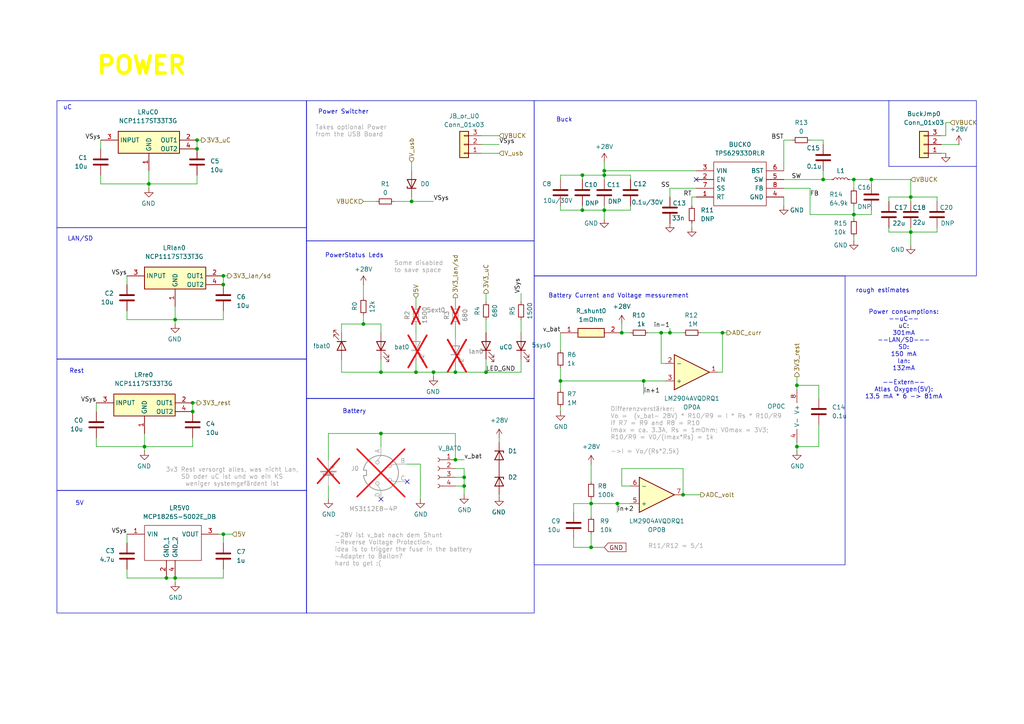
<source format=kicad_sch>
(kicad_sch (version 20231120) (generator "eeschema") (generator_version "8.0")
  (paper "A4")
  (junction (at 110.49 125.73))
  (junction (at 64.77 82.55))
  (junction (at 64.77 80.01))
  (junction (at 238.76 52.07))
  (junction (at 119.38 58.42))
  (junction (at 247.65 62.23))
  (junction (at 198.12 143.51))
  (junction (at 110.49 107.95))
  (junction (at 57.15 40.64))
  (junction (at 168.91 60.96))
  (junction (at 132.08 133.35))
  (junction (at 50.8 92.71))
  (junction (at 140.97 107.95))
  (junction (at 125.73 107.95))
  (junction (at 55.88 116.84))
  (junction (at 132.08 107.95))
  (junction (at 120.65 107.95))
  (junction (at 252.73 52.07))
  (junction (at 48.26 167.64))
  (junction (at 171.45 146.05))
  (junction (at 264.16 57.15))
  (junction (at 209.55 96.52))
  (junction (at 64.77 154.94))
  (junction (at 180.34 96.52))
  (junction (at 191.77 96.52))
  (junction (at 171.45 158.75))
  (junction (at 41.91 129.54))
  (junction (at 231.14 111.76))
  (junction (at 50.8 167.64))
  (junction (at 168.91 50.8))
  (junction (at 175.26 60.96))
  (junction (at 179.07 146.05))
  (junction (at 186.69 110.49))
  (junction (at 264.16 67.31))
  (junction (at 55.88 119.38))
  (junction (at 247.65 52.07))
  (junction (at 231.14 129.54))
  (junction (at 134.62 138.43))
  (junction (at 162.56 110.49))
  (junction (at 134.62 140.97))
  (junction (at 57.15 43.18))
  (junction (at 43.18 53.34))
  (junction (at 194.31 96.52))
  (junction (at 105.41 93.98))
  (junction (at 175.26 50.8))
  (junction (at 175.26 49.53))
  (no_connect (at 201.93 52.07))
  (no_connect (at 110.49 144.78))
  (no_connect (at 118.11 139.7))
  (wire (pts (xy 36.83 90.17) (xy 36.83 92.71)))
  (wire (pts (xy 140.97 92.71) (xy 140.97 96.52)))
  (wire (pts (xy 247.65 52.07) (xy 247.65 54.61)))
  (wire (pts (xy 132.08 138.43) (xy 134.62 138.43)))
  (wire (pts (xy 198.12 135.89) (xy 198.12 143.51)))
  (wire (pts (xy 194.31 95.25) (xy 194.31 96.52)))
  (wire (pts (xy 50.8 92.71) (xy 50.8 88.9)))
  (wire (pts (xy 50.8 92.71) (xy 64.77 92.71)))
  (wire (pts (xy 105.41 91.44) (xy 105.41 93.98)))
  (wire (pts (xy 162.56 52.07) (xy 162.56 50.8)))
  (wire (pts (xy 175.26 46.99) (xy 175.26 49.53)))
  (wire (pts (xy 200.66 64.77) (xy 200.66 66.04)))
  (wire (pts (xy 162.56 96.52) (xy 162.56 101.6)))
  (wire (pts (xy 264.16 57.15) (xy 271.78 57.15)))
  (wire (pts (xy 171.45 134.62) (xy 171.45 139.7)))
  (wire (pts (xy 247.65 62.23) (xy 247.65 63.5)))
  (wire (pts (xy 41.91 130.81) (xy 41.91 129.54)))
  (wire (pts (xy 110.49 107.95) (xy 120.65 107.95)))
  (wire (pts (xy 171.45 154.94) (xy 171.45 158.75)))
  (wire (pts (xy 264.16 67.31) (xy 264.16 66.04)))
  (wire (pts (xy 175.26 60.96) (xy 175.26 63.5)))
  (wire (pts (xy 271.78 67.31) (xy 271.78 66.04)))
  (wire (pts (xy 132.08 125.73) (xy 132.08 133.35)))
  (wire (pts (xy 132.08 105.41) (xy 132.08 107.95)))
  (wire (pts (xy 162.56 106.68) (xy 162.56 110.49)))
  (wire (pts (xy 180.34 140.97) (xy 180.34 135.89)))
  (wire (pts (xy 209.55 96.52) (xy 209.55 107.95)))
  (wire (pts (xy 151.13 87.63) (xy 151.13 85.09)))
  (wire (pts (xy 120.65 88.9) (xy 120.65 86.36)))
  (wire (pts (xy 139.7 39.37) (xy 144.78 39.37)))
  (wire (pts (xy 257.81 67.31) (xy 257.81 66.04)))
  (wire (pts (xy 209.55 96.52) (xy 203.2 96.52)))
  (wire (pts (xy 166.37 158.75) (xy 166.37 156.21)))
  (wire (pts (xy 227.33 52.07) (xy 238.76 52.07)))
  (wire (pts (xy 194.31 96.52) (xy 198.12 96.52)))
  (wire (pts (xy 227.33 49.53) (xy 227.33 40.64)))
  (wire (pts (xy 186.69 114.3) (xy 186.69 110.49)))
  (wire (pts (xy 171.45 146.05) (xy 171.45 149.86)))
  (wire (pts (xy 274.32 39.37) (xy 273.05 39.37)))
  (wire (pts (xy 171.45 158.75) (xy 166.37 158.75)))
  (wire (pts (xy 64.77 154.94) (xy 63.5 154.94)))
  (wire (pts (xy 140.97 107.95) (xy 151.13 107.95)))
  (wire (pts (xy 140.97 87.63) (xy 140.97 85.09)))
  (wire (pts (xy 119.38 57.15) (xy 119.38 58.42)))
  (wire (pts (xy 252.73 62.23) (xy 252.73 60.96)))
  (wire (pts (xy 180.34 93.98) (xy 180.34 96.52)))
  (wire (pts (xy 120.65 107.95) (xy 125.73 107.95)))
  (wire (pts (xy 231.14 130.81) (xy 231.14 129.54)))
  (wire (pts (xy 125.73 107.95) (xy 125.73 109.22)))
  (wire (pts (xy 50.8 167.64) (xy 50.8 168.91)))
  (wire (pts (xy 257.81 67.31) (xy 264.16 67.31)))
  (wire (pts (xy 247.65 52.07) (xy 252.73 52.07)))
  (wire (pts (xy 110.49 104.14) (xy 110.49 107.95)))
  (wire (pts (xy 162.56 110.49) (xy 186.69 110.49)))
  (wire (pts (xy 274.32 35.56) (xy 275.59 35.56)))
  (wire (pts (xy 257.81 57.15) (xy 257.81 58.42)))
  (wire (pts (xy 99.06 93.98) (xy 105.41 93.98)))
  (wire (pts (xy 238.76 40.64) (xy 238.76 41.91)))
  (wire (pts (xy 110.49 125.73) (xy 132.08 125.73)))
  (wire (pts (xy 118.11 134.62) (xy 121.92 134.62)))
  (wire (pts (xy 171.45 158.75) (xy 175.26 158.75)))
  (wire (pts (xy 231.14 111.76) (xy 237.49 111.76)))
  (wire (pts (xy 168.91 50.8) (xy 168.91 52.07)))
  (wire (pts (xy 238.76 52.07) (xy 238.76 49.53)))
  (wire (pts (xy 175.26 60.96) (xy 182.88 60.96)))
  (wire (pts (xy 168.91 59.69) (xy 168.91 60.96)))
  (wire (pts (xy 144.78 128.27) (xy 144.78 127)))
  (wire (pts (xy 191.77 105.41) (xy 191.77 96.52)))
  (wire (pts (xy 95.25 125.73) (xy 110.49 125.73)))
  (wire (pts (xy 121.92 134.62) (xy 121.92 144.78)))
  (wire (pts (xy 241.3 52.07) (xy 238.76 52.07)))
  (wire (pts (xy 182.88 50.8) (xy 182.88 52.07)))
  (wire (pts (xy 50.8 93.98) (xy 50.8 92.71)))
  (wire (pts (xy 36.83 165.1) (xy 36.83 167.64)))
  (wire (pts (xy 29.21 50.8) (xy 29.21 53.34)))
  (wire (pts (xy 110.49 107.95) (xy 99.06 107.95)))
  (wire (pts (xy 264.16 52.07) (xy 264.16 57.15)))
  (wire (pts (xy 36.83 167.64) (xy 48.26 167.64)))
  (wire (pts (xy 166.37 146.05) (xy 171.45 146.05)))
  (wire (pts (xy 119.38 46.99) (xy 119.38 49.53)))
  (wire (pts (xy 140.97 104.14) (xy 140.97 107.95)))
  (wire (pts (xy 247.65 62.23) (xy 252.73 62.23)))
  (wire (pts (xy 110.49 93.98) (xy 110.49 96.52)))
  (wire (pts (xy 247.65 59.69) (xy 247.65 62.23)))
  (wire (pts (xy 162.56 60.96) (xy 168.91 60.96)))
  (wire (pts (xy 274.32 44.45) (xy 273.05 44.45)))
  (wire (pts (xy 95.25 144.78) (xy 95.25 140.97)))
  (wire (pts (xy 227.33 59.69) (xy 227.33 57.15)))
  (wire (pts (xy 162.56 50.8) (xy 168.91 50.8)))
  (wire (pts (xy 27.94 127) (xy 27.94 129.54)))
  (wire (pts (xy 227.33 54.61) (xy 234.95 54.61)))
  (wire (pts (xy 105.41 58.42) (xy 109.22 58.42)))
  (wire (pts (xy 231.14 111.76) (xy 231.14 113.03)))
  (wire (pts (xy 48.26 167.64) (xy 50.8 167.64)))
  (wire (pts (xy 132.08 107.95) (xy 140.97 107.95)))
  (wire (pts (xy 36.83 157.48) (xy 36.83 154.94)))
  (wire (pts (xy 132.08 93.98) (xy 132.08 97.79)))
  (wire (pts (xy 198.12 143.51) (xy 203.2 143.51)))
  (wire (pts (xy 64.77 165.1) (xy 64.77 167.64)))
  (wire (pts (xy 132.08 135.89) (xy 134.62 135.89)))
  (wire (pts (xy 57.15 40.64) (xy 57.15 43.18)))
  (wire (pts (xy 234.95 40.64) (xy 238.76 40.64)))
  (wire (pts (xy 50.8 167.64) (xy 64.77 167.64)))
  (wire (pts (xy 191.77 96.52) (xy 194.31 96.52)))
  (polyline (pts (xy 257.81 29.21) (xy 257.81 48.26)))
  (wire (pts (xy 171.45 144.78) (xy 171.45 146.05)))
  (wire (pts (xy 29.21 53.34) (xy 43.18 53.34)))
  (wire (pts (xy 110.49 129.54) (xy 110.49 125.73)))
  (wire (pts (xy 274.32 35.56) (xy 274.32 39.37)))
  (wire (pts (xy 200.66 59.69) (xy 200.66 57.15)))
  (wire (pts (xy 64.77 92.71) (xy 64.77 90.17)))
  (wire (pts (xy 36.83 92.71) (xy 50.8 92.71)))
  (wire (pts (xy 271.78 58.42) (xy 271.78 57.15)))
  (wire (pts (xy 231.14 109.22) (xy 231.14 111.76)))
  (wire (pts (xy 64.77 80.01) (xy 66.04 80.01)))
  (wire (pts (xy 95.25 133.35) (xy 95.25 125.73)))
  (wire (pts (xy 193.04 105.41) (xy 191.77 105.41)))
  (wire (pts (xy 252.73 53.34) (xy 252.73 52.07)))
  (wire (pts (xy 64.77 80.01) (xy 64.77 82.55)))
  (wire (pts (xy 171.45 146.05) (xy 179.07 146.05)))
  (wire (pts (xy 55.88 129.54) (xy 55.88 127)))
  (polyline (pts (xy 257.81 48.26) (xy 283.21 48.26)))
  (wire (pts (xy 64.77 157.48) (xy 64.77 154.94)))
  (wire (pts (xy 246.38 52.07) (xy 247.65 52.07)))
  (wire (pts (xy 179.07 148.59) (xy 179.07 146.05)))
  (wire (pts (xy 168.91 50.8) (xy 175.26 50.8)))
  (wire (pts (xy 208.28 107.95) (xy 209.55 107.95)))
  (wire (pts (xy 273.05 41.91) (xy 278.13 41.91)))
  (wire (pts (xy 231.14 128.27) (xy 231.14 129.54)))
  (wire (pts (xy 105.41 82.55) (xy 105.41 86.36)))
  (wire (pts (xy 234.95 62.23) (xy 247.65 62.23)))
  (wire (pts (xy 139.7 41.91) (xy 144.78 41.91)))
  (wire (pts (xy 120.65 93.98) (xy 120.65 96.52)))
  (wire (pts (xy 43.18 53.34) (xy 57.15 53.34)))
  (wire (pts (xy 175.26 49.53) (xy 175.26 50.8)))
  (wire (pts (xy 237.49 123.19) (xy 237.49 129.54)))
  (wire (pts (xy 132.08 86.36) (xy 132.08 88.9)))
  (wire (pts (xy 237.49 111.76) (xy 237.49 115.57)))
  (wire (pts (xy 200.66 57.15) (xy 201.93 57.15)))
  (wire (pts (xy 151.13 104.14) (xy 151.13 107.95)))
  (wire (pts (xy 55.88 116.84) (xy 55.88 119.38)))
  (wire (pts (xy 64.77 154.94) (xy 67.31 154.94)))
  (wire (pts (xy 182.88 60.96) (xy 182.88 59.69)))
  (wire (pts (xy 27.94 129.54) (xy 41.91 129.54)))
  (wire (pts (xy 231.14 129.54) (xy 237.49 129.54)))
  (wire (pts (xy 144.78 143.51) (xy 144.78 144.145)))
  (wire (pts (xy 41.91 129.54) (xy 55.88 129.54)))
  (wire (pts (xy 180.34 96.52) (xy 182.88 96.52)))
  (wire (pts (xy 132.08 140.97) (xy 134.62 140.97)))
  (wire (pts (xy 166.37 148.59) (xy 166.37 146.05)))
  (wire (pts (xy 43.18 53.34) (xy 43.18 49.53)))
  (wire (pts (xy 264.16 57.15) (xy 264.16 58.42)))
  (wire (pts (xy 134.62 140.97) (xy 134.62 143.51)))
  (wire (pts (xy 264.16 67.31) (xy 264.16 71.12)))
  (wire (pts (xy 264.16 57.15) (xy 257.81 57.15)))
  (wire (pts (xy 162.56 110.49) (xy 162.56 113.03)))
  (wire (pts (xy 179.07 146.05) (xy 182.88 146.05)))
  (wire (pts (xy 252.73 52.07) (xy 264.16 52.07)))
  (wire (pts (xy 41.91 129.54) (xy 41.91 125.73)))
  (wire (pts (xy 125.73 107.95) (xy 132.08 107.95)))
  (wire (pts (xy 168.91 60.96) (xy 175.26 60.96)))
  (wire (pts (xy 175.26 60.96) (xy 175.26 59.69)))
  (wire (pts (xy 264.16 67.31) (xy 271.78 67.31)))
  (wire (pts (xy 234.95 54.61) (xy 234.95 62.23)))
  (wire (pts (xy 43.18 54.61) (xy 43.18 53.34)))
  (wire (pts (xy 120.65 104.14) (xy 120.65 107.95)))
  (wire (pts (xy 186.69 110.49) (xy 193.04 110.49)))
  (wire (pts (xy 151.13 92.71) (xy 151.13 96.52)))
  (wire (pts (xy 99.06 93.98) (xy 99.06 96.52)))
  (wire (pts (xy 55.88 116.84) (xy 57.15 116.84)))
  (wire (pts (xy 162.56 118.11) (xy 162.56 119.38)))
  (wire (pts (xy 134.62 135.89) (xy 134.62 138.43)))
  (wire (pts (xy 27.94 116.84) (xy 27.94 119.38)))
  (wire (pts (xy 187.96 96.52) (xy 191.77 96.52)))
  (wire (pts (xy 105.41 93.98) (xy 110.49 93.98)))
  (wire (pts (xy 114.3 58.42) (xy 119.38 58.42)))
  (wire (pts (xy 227.33 40.64) (xy 229.87 40.64)))
  (wire (pts (xy 209.55 96.52) (xy 210.82 96.52)))
  (wire (pts (xy 175.26 52.07) (xy 175.26 50.8)))
  (wire (pts (xy 247.65 68.58) (xy 247.65 69.85)))
  (wire (pts (xy 175.26 49.53) (xy 201.93 49.53)))
  (wire (pts (xy 194.31 57.15) (xy 194.31 54.61)))
  (wire (pts (xy 134.62 138.43) (xy 134.62 140.97)))
  (wire (pts (xy 194.31 54.61) (xy 201.93 54.61)))
  (wire (pts (xy 36.83 80.01) (xy 36.83 82.55)))
  (wire (pts (xy 132.08 133.35) (xy 134.62 133.35)))
  (wire (pts (xy 99.06 104.14) (xy 99.06 107.95)))
  (wire (pts (xy 182.88 140.97) (xy 180.34 140.97)))
  (wire (pts (xy 180.34 135.89) (xy 198.12 135.89)))
  (wire (pts (xy 144.78 44.45) (xy 139.7 44.45)))
  (wire (pts (xy 57.15 53.34) (xy 57.15 50.8)))
  (wire (pts (xy 162.56 60.96) (xy 162.56 59.69)))
  (wire (pts (xy 29.21 40.64) (xy 29.21 43.18)))
  (wire (pts (xy 57.15 40.64) (xy 58.42 40.64)))
  (wire (pts (xy 175.26 50.8) (xy 182.88 50.8)))
  (wire (pts (xy 119.38 58.42) (xy 125.73 58.42)))
  (rectangle (start 16.51 29.21) (end 88.9 66.04))
  (rectangle (start 88.9 29.21) (end 154.94 69.85))
  (rectangle (start 88.9 69.85) (end 154.94 115.57))
  (rectangle (start 88.9 115.57) (end 154.94 177.8))
  (rectangle (start 16.51 66.04) (end 88.9 104.14))
  (rectangle (start 154.94 80.01) (end 245.11 163.83))
  (rectangle (start 16.51 104.14) (end 88.9 142.24))
  (rectangle (start 154.94 29.21) (end 283.21 80.01))
  (rectangle (start 16.51 142.24) (end 88.9 177.8))
  (text "Power consumptions:\n--uC--\nuC:\n301mA\n--LAN/SD---\nSD:\n150 mA\nlan:\n132mA\n\n--Extern--\nAtlas Oxygen(5V):\n13.5 mA * 6 -> 81mA" (exclude_from_sim yes) (at 262.128 102.87 0) (effects (font (size 1.27 1.27))))
  (text "Rest" (at 20.066 108.458 0) (effects (font (size 1.27 1.27)) (justify left bottom)))
  (text "Differenzverstärker:\nVo =  (v_bat- 28V) * R10/R9 = I * Rs * R10/R9\nif R7 = R9 and R8 = R10\nImax = ca. 3.3A, Rs = 1mOhm; V0max = 3V3; \nR10/R9 = V0/(Imax*Rs) = 1k\n\n->I = Vo/(Rs*2,5k)\n" (at 177.038 131.826 0) (effects (font (size 1.27 1.27)) (justify left bottom)))
  (text "PowerStatus Leds" (at 94.234 74.93 0) (effects (font (size 1.27 1.27)) (justify left bottom)))
  (text "Power Switcher" (at 92.202 33.274 0) (effects (font (size 1.27 1.27)) (justify left bottom)))
  (text "LAN/SD" (at 19.558 70.104 0) (effects (font (size 1.27 1.27)) (justify left bottom)))
  (text "POWER\n" (at 27.686 22.098 0) (effects (font (size 5 5) (thickness 1) (bold yes)) (justify left bottom)))
  (text "uC" (at 18.288 32.004 0) (effects (font (size 1.27 1.27)) (justify left bottom)))
  (text "Battery" (at 99.314 120.142 0) (effects (font (size 1.27 1.27)) (justify left bottom)))
  (text "5V" (at 21.844 146.812 0) (effects (font (size 1.27 1.27)) (justify left bottom)))
  (text "-28V ist v_bat nach dem Shunt\n-Reverse Voltage Protection, \nidea is to trigger the fuse in the battery\n-Adapter to Ballon?\nhard to get :(" (at 97.028 159.512 0) (effects (font (size 1.27 1.27)) (justify left)))
  (text "rough estimates" (at 248.158 85.09 0) (effects (font (size 1.27 1.27)) (justify left bottom)))
  (text "Takes optional Power \nfrom the USB Board" (at 91.44 39.878 0) (effects (font (size 1.27 1.27)) (justify left bottom)))
  (text "Buck" (at 161.29 35.56 0) (effects (font (size 1.27 1.27)) (justify left bottom)))
  (text "Battery Current and Voltage messurement" (at 159.004 86.614 0) (effects (font (size 1.27 1.27)) (justify left bottom)))
  (text "3v3 Rest versorgt alles, was nicht Lan,\nSD oder uC ist und wo ein KS\nweniger systemgefärdent ist" (at 67.31 138.43 0) (effects (font (size 1.27 1.27))))
  (text "R11/R12 = 5/1" (at 187.96 159.258 0) (effects (font (size 1.27 1.27)) (justify left bottom)))
  (text "Some disabled\nto save space" (at 114.3 79.248 0) (effects (font (size 1.27 1.27)) (justify left bottom)))
  (label "v_bat" (at 134.62 133.35 0))
  (label "VSys" (at 151.13 85.09 90))
  (label "VSys" (at 36.83 80.01 180))
  (label "SW" (at 232.41 52.07 180))
  (label "in+1" (at 186.69 114.3 0))
  (label "v_bat" (at 162.56 96.52 180))
  (label "RT" (at 200.66 57.15 180))
  (label "VSys" (at 36.83 154.94 180))
  (label "VSys" (at 27.94 116.84 180))
  (label "SS" (at 194.31 54.61 180))
  (label "VSys" (at 125.73 58.42 0))
  (label "in+2" (at 179.07 148.59 0))
  (label "FB" (at 234.95 57.15 0))
  (label "LED_GND" (at 140.97 107.95 0))
  (label "BST" (at 227.33 40.64 180))
  (label "VSys" (at 29.21 40.64 180))
  (label "in-1" (at 194.31 95.25 180))
  (label "VSys" (at 144.78 41.91 0))
  (global_label "GND" (shape input) (at 175.26 158.75 0) (property "Intersheetrefs" "${INTERSHEET_REFS}" (effects (hide yes))))
  (hierarchical_label "5V" (shape input) (at 120.65 86.36 90))
  (hierarchical_label "ADC_curr" (shape output) (at 210.82 96.52 0))
  (hierarchical_label "3V3_rest" (shape output) (at 57.15 116.84 0))
  (hierarchical_label "VBUCK" (shape input) (at 105.41 58.42 180))
  (hierarchical_label "VBUCK" (shape input) (at 264.16 52.07 0))
  (hierarchical_label "VBUCK" (shape input) (at 144.78 39.37 0))
  (hierarchical_label "3V3_rest" (shape output) (at 231.14 109.22 90))
  (hierarchical_label "VBUCK" (shape input) (at 275.59 35.56 0))
  (hierarchical_label "3V3_lan{slash}sd" (shape output) (at 132.08 86.36 90))
  (hierarchical_label "3V3_uC" (shape output) (at 140.97 85.09 90))
  (hierarchical_label "ADC_volt" (shape output) (at 203.2 143.51 0))
  (hierarchical_label "V_usb" (shape input) (at 119.38 46.99 90))
  (hierarchical_label "3V3_lan{slash}sd" (shape output) (at 66.04 80.01 0))
  (hierarchical_label "3V3_uC" (shape output) (at 58.42 40.64 0))
  (hierarchical_label "V_usb" (shape input) (at 144.78 44.45 0))
  (hierarchical_label "5V" (shape input) (at 67.31 154.94 0))
  (symbol (lib_id "SymbolsBalloonv4:C") (at 168.91 55.88 180) (unit 1)
    (property "Reference" "C10" (at 169.418 53.594 0) (effects (justify right)))
    (property "Value" "DNP" (at 169.672 58.928 0) (effects (justify right)))
    (property "Footprint" "Capacitor_SMD:C_0805_2012Metric_Pad1.18x1.45mm_HandSolder" (effects (hide yes)))
    (property "Description" "Unpolarized capacitor" (effects (hide yes)))
  )
  (symbol (lib_id "SymbolsBalloonv4:R_Small") (at 200.66 96.52 270) (unit 1)
    (property "Reference" "R12" (at 202.438 91.44 90) (effects (justify right)))
    (property "Value" "1M" (at 202.438 93.98 90) (effects (justify right)))
    (property "Footprint" "Resistor_SMD:R_0603_1608Metric_Pad0.98x0.95mm_HandSolder" (effects (hide yes)))
    (property "Description" "Resistor, small symbol" (effects (hide yes)))
  )
  (symbol (lib_id "SymbolsBalloonv4:TPS62933DRLR") (at 201.93 49.53 0) (unit 1)
    (property "Reference" "BUCK0" (at 214.63 41.91 0))
    (property "Value" "TPS62933DRLR" (at 214.63 44.45 0))
    (property "Footprint" "SamacSys_Parts:SOTFL50P160X60-8N" (effects (hide yes)))
    (property "Datasheet" "https://www.ti.com/lit/ds/symlink/tps62933.pdf?ts=1626073394234" (effects (hide yes)))
    (property "Description" "The TPS62933 is a high-efficiency, easy-to-use synchronous buck converter with a wide input voltage range of 3.8 V to 30 V" (effects (hide yes)))
    (property "Height" "0.6" (effects (hide yes)))
    (property "Mouser Part Number" "595-TPS62933DRLR" (effects (hide yes)))
    (property "Mouser Price/Stock" "https://www.mouser.co.uk/ProductDetail/Texas-Instruments/TPS62933DRLR?qs=Rp5uXu7WBW9fv47wfQVntQ%3D%3D" (effects (hide yes)))
    (property "Manufacturer_Name" "Texas Instruments" (effects (hide yes)))
    (property "Manufacturer_Part_Number" "TPS62933DRLR" (effects (hide yes)))
  )
  (symbol (lib_id "SymbolsBalloonv4:R_Small") (at 232.41 40.64 90) (unit 1)
    (property "Reference" "R13" (at 232.41 35.56 90))
    (property "Value" "0" (at 232.41 38.1 90))
    (property "Footprint" "Resistor_SMD:R_0603_1608Metric_Pad0.98x0.95mm_HandSolder" (effects (hide yes)))
    (property "Description" "Resistor, small symbol" (effects (hide yes)))
  )
  (symbol (lib_id "SymbolsBalloonv4:GND") (at 200.66 66.04 0) (unit 1)
    (property "Reference" "#PWR019" (effects (hide yes)))
    (property "Value" "GND" (effects (hide yes)))
    (property "Description" "Power symbol creates a global label with name \"GND\" , ground" (effects (hide yes)))
  )
  (symbol (lib_id "SymbolsBalloonv4:C") (at 29.21 46.99 0) (mirror x) (unit 1)
    (property "Reference" "C1" (at 25.4 45.7199 0) (effects (justify right)))
    (property "Value" "10u" (at 25.4 48.2599 0) (effects (justify right)))
    (property "Footprint" "Capacitor_SMD:C_0805_2012Metric_Pad1.18x1.45mm_HandSolder" (effects (hide yes)))
    (property "Description" "Unpolarized capacitor" (effects (hide yes)))
  )
  (symbol (lib_id "SymbolsBalloonv4:GND") (at 227.33 59.69 0) (mirror y) (unit 1)
    (property "Reference" "#PWR020" (effects (hide yes)))
    (property "Value" "GND" (at 231.14 60.96 0))
    (property "Description" "Power symbol creates a global label with name \"GND\" , ground" (effects (hide yes)))
  )
  (symbol (lib_id "SymbolsBalloonv4:C") (at 264.16 62.23 180) (unit 1)
    (property "Reference" "C18" (at 264.668 60.198 0) (effects (justify right)))
    (property "Value" "22u" (at 264.668 64.516 0) (effects (justify right)))
    (property "Footprint" "Capacitor_SMD:C_0805_2012Metric_Pad1.18x1.45mm_HandSolder" (effects (hide yes)))
    (property "Description" "Unpolarized capacitor" (effects (hide yes)))
  )
  (symbol (lib_id "SymbolsBalloonv4:Opamp_Dual") (at 233.68 120.65 0) (unit 3)
    (property "Reference" "OP0" (at 227.838 117.856 0) (effects (justify right)))
    (property "Value" "LM2904AVQDRQ1" (effects (hide yes)))
    (property "Footprint" "SamacSys_Parts:SOIC127P600X175-8N" (effects (hide yes)))
    (property "Description" "Dual operational amplifier" (effects (hide yes)))
    (property "Sim.Library" "${KICAD7_SYMBOL_DIR}/Simulation_SPICE.sp" (effects (hide yes)))
    (property "Sim.Name" "kicad_builtin_opamp_dual" (effects (hide yes)))
    (property "Sim.Device" "SUBCKT" (effects (hide yes)))
    (property "Sim.Pins" "1=out1 2=in1- 3=in1+ 4=vee 5=in2+ 6=in2- 7=out2 8=vcc" (effects (hide yes)))
  )
  (symbol (lib_id "SymbolsBalloonv4:Conn_01x03") (at 134.62 41.91 180) (unit 1)
    (property "Reference" "JB_or_U0" (at 134.62 33.655 0))
    (property "Value" "Conn_01x03" (at 134.62 36.195 0))
    (property "Footprint" "Connector_PinHeader_2.54mm:PinHeader_1x03_P2.54mm_Vertical" (effects (hide yes)))
    (property "Description" "Generic connector, single row, 01x03, script generated (kicad-library-utils/schlib/autogen/connector/)" (effects (hide yes)))
  )
  (symbol (lib_id "SymbolsBalloonv4:C") (at 237.49 119.38 180) (unit 1)
    (property "Reference" "C14" (at 241.3 118.1099 0) (effects (justify right)))
    (property "Value" "0.1u" (at 241.3 120.6499 0) (effects (justify right)))
    (property "Footprint" "Capacitor_SMD:C_0402_1005Metric_Pad0.74x0.62mm_HandSolder" (effects (hide yes)))
    (property "Description" "Unpolarized capacitor" (effects (hide yes)))
  )
  (symbol (lib_id "SymbolsBalloonv4:GND") (at 50.8 168.91 0) (unit 1)
    (property "Reference" "#PWR05" (effects (hide yes)))
    (property "Value" "GND" (at 50.927 173.3042 0))
    (property "Description" "Power symbol creates a global label with name \"GND\" , ground" (effects (hide yes)))
  )
  (symbol (lib_id "SymbolsBalloonv4:Conn_01x03") (at 267.97 41.91 180) (unit 1)
    (property "Reference" "BuckJmp0" (at 267.97 33.02 0))
    (property "Value" "Conn_01x03" (at 267.97 35.56 0))
    (property "Footprint" "Connector_PinHeader_2.54mm:PinHeader_1x03_P2.54mm_Vertical" (effects (hide yes)))
    (property "Description" "Generic connector, single row, 01x03, script generated (kicad-library-utils/schlib/autogen/connector/)" (effects (hide yes)))
  )
  (symbol (lib_id "SymbolsBalloonv4:+28V") (at 180.34 93.98 0) (unit 1)
    (property "Reference" "#PWR017" (effects (hide yes)))
    (property "Value" "+28V" (at 180.34 88.9 0))
    (property "Description" "Power symbol creates a global label with name \"+28V\"" (effects (hide yes)))
  )
  (symbol (lib_id "SymbolsBalloonv4:GND") (at 50.8 93.98 0) (mirror y) (unit 1)
    (property "Reference" "#PWR04" (effects (hide yes)))
    (property "Value" "GND" (at 50.673 98.3742 0))
    (property "Description" "Power symbol creates a global label with name \"GND\" , ground" (effects (hide yes)))
  )
  (symbol (lib_id "SymbolsBalloonv4:R_Small") (at 111.76 58.42 270) (unit 1)
    (property "Reference" "R1" (at 111.76 53.34 90))
    (property "Value" "0" (at 111.76 55.88 90))
    (property "Footprint" "Resistor_SMD:R_0603_1608Metric_Pad0.98x0.95mm_HandSolder" (effects (hide yes)))
    (property "Description" "Resistor, small symbol" (effects (hide yes)))
  )
  (symbol (lib_id "SymbolsBalloonv4:R_Small") (at 105.41 88.9 180) (unit 1)
    (property "Reference" "R0" (at 102.87 90.17 90) (effects (justify right)))
    (property "Value" "12k" (at 107.95 90.805 90) (effects (justify right)))
    (property "Footprint" "Resistor_SMD:R_0603_1608Metric_Pad0.98x0.95mm_HandSolder" (effects (hide yes)))
    (property "Description" "Resistor, small symbol" (effects (hide yes)))
  )
  (symbol (lib_id "SymbolsBalloonv4:R_Small") (at 171.45 142.24 0) (unit 1)
    (property "Reference" "R8" (at 173.355 140.97 0) (effects (justify left)))
    (property "Value" "100k" (at 173.355 143.51 0) (effects (justify left)))
    (property "Footprint" "Resistor_SMD:R_0603_1608Metric_Pad0.98x0.95mm_HandSolder" (effects (hide yes)))
    (property "Description" "Resistor, small symbol" (effects (hide yes)))
  )
  (symbol (lib_id "SymbolsBalloonv4:C") (at 162.56 55.88 180) (unit 1)
    (property "Reference" "C8" (at 157.226 53.34 0) (effects (justify right)))
    (property "Value" "10u/30V" (at 157.48 58.1661 0) (effects (justify right)))
    (property "Footprint" "Capacitor_SMD:C_0805_2012Metric_Pad1.18x1.45mm_HandSolder" (effects (hide yes)))
    (property "Description" "Unpolarized capacitor" (effects (hide yes)))
  )
  (symbol (lib_id "SymbolsBalloonv4:+28V") (at 171.45 134.62 0) (unit 1)
    (property "Reference" "#PWR014" (effects (hide yes)))
    (property "Value" "+28V" (at 171.45 129.54 0))
    (property "Description" "Power symbol creates a global label with name \"+28V\"" (effects (hide yes)))
  )
  (symbol (lib_id "SymbolsBalloonv4:L_Small") (at 243.84 52.07 90) (unit 1)
    (property "Reference" "L1" (at 243.84 49.53 90))
    (property "Value" "74439346068" (effects (hide yes)))
    (property "Footprint" "SamacSys_Parts:74439346068" (effects (hide yes)))
    (property "Description" "Inductor, small symbol" (effects (hide yes)))
    (property "Height" "6.1" (effects (hide yes)))
    (property "Mouser Part Number" "710-74439346068" (effects (hide yes)))
    (property "Mouser Price/Stock" "https://www.mouser.co.uk/ProductDetail/Wurth-Elektronik/74439346068?qs=NSAOzM2zc%2FVj5BeHYKNgfQ%3D%3D" (effects (hide yes)))
    (property "Manufacturer_Name" "Wurth Elektronik" (effects (hide yes)))
    (property "Manufacturer_Part_Number" "74439346068" (effects (hide yes)))
  )
  (symbol (lib_id "SymbolsBalloonv4:C") (at 57.15 46.99 180) (unit 1)
    (property "Reference" "C5" (at 60.96 46.736 0) (effects (justify right)))
    (property "Value" "10u" (at 60.96 49.276 0) (effects (justify right)))
    (property "Footprint" "Capacitor_SMD:C_0805_2012Metric_Pad1.18x1.45mm_HandSolder" (effects (hide yes)))
    (property "Description" "Unpolarized capacitor" (effects (hide yes)))
  )
  (symbol (lib_id "SymbolsBalloonv4:GND") (at 264.16 71.12 0) (unit 1)
    (property "Reference" "#PWR023" (effects (hide yes)))
    (property "Value" "GND" (at 260.35 72.39 0))
    (property "Description" "Power symbol creates a global label with name \"GND\" , ground" (effects (hide yes)))
  )
  (symbol (lib_id "SymbolsBalloonv4:R_Small") (at 162.56 104.14 180) (unit 1)
    (property "Reference" "R6" (at 164.465 102.87 0) (effects (justify right)))
    (property "Value" "1k" (at 164.465 105.41 0) (effects (justify right)))
    (property "Footprint" "Resistor_SMD:R_0603_1608Metric_Pad0.98x0.95mm_HandSolder" (effects (hide yes)))
    (property "Description" "Resistor, small symbol" (effects (hide yes)))
  )
  (symbol (lib_id "SymbolsBalloonv4:C") (at 238.76 45.72 180) (unit 1)
    (property "Reference" "C15" (at 233.934 42.926 0) (effects (justify right)))
    (property "Value" "0.1u" (at 233.934 48.26 0) (effects (justify right)))
    (property "Footprint" "Capacitor_SMD:C_0402_1005Metric_Pad0.74x0.62mm_HandSolder" (effects (hide yes)))
    (property "Description" "Unpolarized capacitor" (effects (hide yes)))
  )
  (symbol (lib_id "SymbolsBalloonv4:R_Small") (at 162.56 115.57 180) (unit 1)
    (property "Reference" "R7" (at 164.465 114.3 0) (effects (justify right)))
    (property "Value" "1M" (at 164.465 116.84 0) (effects (justify right)))
    (property "Footprint" "Resistor_SMD:R_0603_1608Metric_Pad0.98x0.95mm_HandSolder" (effects (hide yes)))
    (property "Description" "Resistor, small symbol" (effects (hide yes)))
  )
  (symbol (lib_id "SymbolsBalloonv4:C") (at 252.73 57.15 0) (mirror y) (unit 1) (in_bom no)
    (property "Reference" "C16" (at 248.666 54.356 0) (effects (justify right)))
    (property "Value" "DNP" (at 248.666 59.944 0) (effects (justify right)))
    (property "Footprint" "Capacitor_SMD:C_0402_1005Metric_Pad0.74x0.62mm_HandSolder" (effects (hide yes)))
    (property "Description" "Unpolarized capacitor" (effects (hide yes)))
  )
  (symbol (lib_id "SymbolsBalloonv4:LED") (at 99.06 100.33 270) (unit 1)
    (property "Reference" "!bat0" (at 93.345 100.33 90))
    (property "Value" "APTD2012LSURCK" (effects (hide yes)))
    (property "Footprint" "SamacSys_Parts:LEDM2012X120N" (effects (hide yes)))
    (property "Description" "Light emitting diode" (effects (hide yes)))
    (property "Height" "1.2" (effects (hide yes)))
    (property "Mouser Part Number" "604-APTD2012LSURCK" (effects (hide yes)))
    (property "Mouser Price/Stock" "https://www.mouser.co.uk/ProductDetail/Kingbright/APTD2012LSURCK?qs=AQlKX63v8RvkMadNvwbkxw%3D%3D" (effects (hide yes)))
    (property "Manufacturer_Name" "Kingbright" (effects (hide yes)))
    (property "Manufacturer_Part_Number" "APTD2012LSURCK" (effects (hide yes)))
  )
  (symbol (lib_id "SymbolsBalloonv4:LED") (at 120.65 100.33 90) (unit 1) (on_board no) (dnp yes)
    (property "Reference" "5ext0" (at 123.698 89.916 90) (effects (justify right)))
    (property "Value" "APTD2012LCGCK" (effects (hide yes)))
    (property "Footprint" "SamacSys_Parts:LEDC2012X120N" (effects (hide yes)))
    (property "Description" "Light emitting diode" (effects (hide yes)))
    (property "Height" "1.2" (effects (hide yes)))
    (property "Mouser Part Number" "604-APTD2012LCGCK" (effects (hide yes)))
    (property "Mouser Price/Stock" "https://www.mouser.co.uk/ProductDetail/Kingbright/APTD2012LCGCK?qs=AQlKX63v8RvNHN%2F9EGvNTg%3D%3D" (effects (hide yes)))
    (property "Manufacturer_Name" "Kingbright" (effects (hide yes)))
    (property "Manufacturer_Part_Number" "APTD2012LCGCK" (effects (hide yes)))
  )
  (symbol (lib_id "SymbolsBalloonv4:GND") (at 144.78 144.145 0) (mirror y) (unit 1)
    (property "Reference" "#PWR012" (effects (hide yes)))
    (property "Value" "GND" (at 144.653 148.5392 0))
    (property "Description" "Power symbol creates a global label with name \"GND\" , ground" (effects (hide yes)))
  )
  (symbol (lib_id "SymbolsBalloonv4:GND") (at 134.62 143.51 0) (unit 1)
    (property "Reference" "#PWR010" (effects (hide yes)))
    (property "Value" "GND" (at 134.747 147.9042 0))
    (property "Description" "Power symbol creates a global label with name \"GND\" , ground" (effects (hide yes)))
  )
  (symbol (lib_id "SymbolsBalloonv4:D_Zener") (at 119.38 53.34 90) (unit 1)
    (property "Reference" "D0" (at 121.92 53.3399 90) (effects (justify right)))
    (property "Value" "RBR2LB60BTBR1" (effects (hide yes)))
    (property "Footprint" "SamacSys_Parts:DIOM5336X245N" (effects (hide yes)))
    (property "Description" "Zener diode" (effects (hide yes)))
    (property "Height" "2.45" (effects (hide yes)))
    (property "Mouser Part Number" "755-RBR2LB60BTBR1" (effects (hide yes)))
    (property "Mouser Price/Stock" "https://www.mouser.co.uk/ProductDetail/ROHM-Semiconductor/RBR2LB60BTBR1?qs=amGC7iS6iy9Lm0eQxx5KdA%3D%3D" (effects (hide yes)))
    (property "Manufacturer_Name" "ROHM Semiconductor" (effects (hide yes)))
    (property "Manufacturer_Part_Number" "RBR2LB60BTBR1" (effects (hide yes)))
  )
  (symbol (lib_id "SymbolsBalloonv4:C") (at 55.88 123.19 180) (unit 1)
    (property "Reference" "C4" (at 59.69 122.936 0) (effects (justify right)))
    (property "Value" "10u" (at 59.69 125.476 0) (effects (justify right)))
    (property "Footprint" "Capacitor_SMD:C_0805_2012Metric_Pad1.18x1.45mm_HandSolder" (effects (hide yes)))
    (property "Description" "Unpolarized capacitor" (effects (hide yes)))
  )
  (symbol (lib_id "SymbolsBalloonv4:GND") (at 247.65 69.85 0) (unit 1)
    (property "Reference" "#PWR022" (effects (hide yes)))
    (property "Value" "GND" (at 243.84 71.12 0))
    (property "Description" "Power symbol creates a global label with name \"GND\" , ground" (effects (hide yes)))
  )
  (symbol (lib_id "SymbolsBalloonv4:+28V") (at 144.78 127 0) (unit 1)
    (property "Reference" "#PWR011" (effects (hide yes)))
    (property "Value" "+28V" (at 144.78 121.92 0))
    (property "Description" "Power symbol creates a global label with name \"+28V\"" (effects (hide yes)))
  )
  (symbol (lib_id "SymbolsBalloonv4:GND") (at 175.26 63.5 0) (unit 1)
    (property "Reference" "#PWR016" (effects (hide yes)))
    (property "Value" "GND" (at 171.45 64.77 0))
    (property "Description" "Power symbol creates a global label with name \"GND\" , ground" (effects (hide yes)))
  )
  (symbol (lib_id "SymbolsBalloonv4:C") (at 64.77 161.29 180) (unit 1)
    (property "Reference" "C7" (at 68.58 160.0199 0) (effects (justify right)))
    (property "Value" "1u" (at 68.58 162.5599 0) (effects (justify right)))
    (property "Footprint" "Capacitor_SMD:C_0402_1005Metric_Pad0.74x0.62mm_HandSolder" (effects (hide yes)))
    (property "Description" "Unpolarized capacitor" (effects (hide yes)))
  )
  (symbol (lib_id "SymbolsBalloonv4:Conn_01x04_Socket") (at 127 135.89 0) (mirror y) (unit 1)
    (property "Reference" "V_BAT0" (at 133.858 130.048 0) (effects (justify left)))
    (property "Value" "502352-0200" (effects (hide yes)))
    (property "Footprint" "SamacSys_Parts:5023520200" (effects (hide yes)))
    (property "Description" "Generic connector, single row, 01x04, script generated" (effects (hide yes)))
    (property "Mouser Part Number" "538-502352-0200" (effects (hide yes)))
    (property "Mouser Price/Stock" "https://www.mouser.co.uk/ProductDetail/Molex/502352-0200?qs=cPOO8qjhL6OPJnOOkJoW%252Bw%3D%3D" (effects (hide yes)))
    (property "Manufacturer_Name" "Molex" (effects (hide yes)))
    (property "Manufacturer_Part_Number" "502352-0200" (effects (hide yes)))
  )
  (symbol (lib_id "SymbolsBalloonv4:Opamp_Dual") (at 200.66 107.95 0) (mirror x) (unit 1)
    (property "Reference" "OP0" (at 200.66 118.11 0))
    (property "Value" "LM2904AVQDRQ1" (at 200.66 115.57 0))
    (property "Footprint" "SamacSys_Parts:SOIC127P600X175-8N" (effects (hide yes)))
    (property "Description" "Dual operational amplifier" (effects (hide yes)))
    (property "Sim.Library" "${KICAD7_SYMBOL_DIR}/Simulation_SPICE.sp" (effects (hide yes)))
    (property "Sim.Name" "kicad_builtin_opamp_dual" (effects (hide yes)))
    (property "Sim.Device" "SUBCKT" (effects (hide yes)))
    (property "Sim.Pins" "1=out1 2=in1- 3=in1+ 4=vee 5=in2+ 6=in2- 7=out2 8=vcc" (effects (hide yes)))
  )
  (symbol (lib_id "SymbolsBalloonv4:D_Zener") (at 144.78 139.7 270) (unit 1)
    (property "Reference" "D2" (at 147.32 138.4299 90) (effects (justify left)))
    (property "Value" "RBR2LB60BTBR1" (effects (hide yes)))
    (property "Footprint" "SamacSys_Parts:DIOM5336X245N" (effects (hide yes)))
    (property "Description" "Zener diode" (effects (hide yes)))
    (property "Height" "2.45" (effects (hide yes)))
    (property "Mouser Part Number" "755-RBR2LB60BTBR1" (effects (hide yes)))
    (property "Mouser Price/Stock" "https://www.mouser.co.uk/ProductDetail/ROHM-Semiconductor/RBR2LB60BTBR1?qs=amGC7iS6iy9Lm0eQxx5KdA%3D%3D" (effects (hide yes)))
    (property "Manufacturer_Name" "ROHM Semiconductor" (effects (hide yes)))
    (property "Manufacturer_Part_Number" "RBR2LB60BTBR1" (effects (hide yes)))
  )
  (symbol (lib_id "SymbolsBalloonv4:NCP1117ST33T3G") (at 35.56 82.55 0) (unit 1)
    (property "Reference" "LRlan0" (at 50.546 71.882 0))
    (property "Value" "NCP1117ST33T3G" (at 50.546 74.422 0))
    (property "Footprint" "SamacSys_Parts:SOT230P700X180-4N" (effects (hide yes)))
    (property "Datasheet" "http://www.onsemi.com/pub/Collateral/NCP1117-D.PDF" (effects (hide yes)))
    (property "Description" "ON SEMICONDUCTOR - NCP1117ST33T3G - IC, LINEAR VOLTAGE REGULATOR" (effects (hide yes)))
    (property "Height" "1.8" (effects (hide yes)))
    (property "Mouser Part Number" "863-NCP1117ST33T3G" (effects (hide yes)))
    (property "Mouser Price/Stock" "https://www.mouser.co.uk/ProductDetail/onsemi/NCP1117ST33T3G?qs=Gev%252BmEvV0iZb%2FE8ahUDx3w%3D%3D" (effects (hide yes)))
    (property "Manufacturer_Name" "onsemi" (effects (hide yes)))
    (property "Manufacturer_Part_Number" "NCP1117ST33T3G" (effects (hide yes)))
  )
  (symbol (lib_id "SymbolsBalloonv4:D_Zener") (at 144.78 132.08 270) (unit 1)
    (property "Reference" "D1" (at 147.32 130.8099 90) (effects (justify left)))
    (property "Value" "RBR2LB60BTBR1" (effects (hide yes)))
    (property "Footprint" "SamacSys_Parts:DIOM5336X245N" (effects (hide yes)))
    (property "Description" "Zener diode" (effects (hide yes)))
    (property "Height" "2.45" (effects (hide yes)))
    (property "Mouser Part Number" "755-RBR2LB60BTBR1" (effects (hide yes)))
    (property "Mouser Price/Stock" "https://www.mouser.co.uk/ProductDetail/ROHM-Semiconductor/RBR2LB60BTBR1?qs=amGC7iS6iy9Lm0eQxx5KdA%3D%3D" (effects (hide yes)))
    (property "Manufacturer_Name" "ROHM Semiconductor" (effects (hide yes)))
    (property "Manufacturer_Part_Number" "RBR2LB60BTBR1" (effects (hide yes)))
  )
  (symbol (lib_id "SymbolsBalloonv4:GND") (at 125.73 109.22 0) (mirror y) (unit 1)
    (property "Reference" "#PWR09" (effects (hide yes)))
    (property "Value" "GND" (at 125.603 113.6142 0))
    (property "Description" "Power symbol creates a global label with name \"GND\" , ground" (effects (hide yes)))
  )
  (symbol (lib_id "SymbolsBalloonv4:C") (at 64.77 86.36 180) (unit 1)
    (property "Reference" "C6" (at 68.58 86.106 0) (effects (justify right)))
    (property "Value" "10u" (at 68.58 88.646 0) (effects (justify right)))
    (property "Footprint" "Capacitor_SMD:C_0805_2012Metric_Pad1.18x1.45mm_HandSolder" (effects (hide yes)))
    (property "Description" "Unpolarized capacitor" (effects (hide yes)))
  )
  (symbol (lib_id "SymbolsBalloonv4:C") (at 175.26 55.88 180) (unit 1)
    (property "Reference" "C11" (at 176.022 53.594 0) (effects (justify right)))
    (property "Value" "DNP" (at 176.276 58.4201 0) (effects (justify right)))
    (property "Footprint" "Capacitor_SMD:C_0805_2012Metric_Pad1.18x1.45mm_HandSolder" (effects (hide yes)))
    (property "Description" "Unpolarized capacitor" (effects (hide yes)))
  )
  (symbol (lib_id "SymbolsBalloonv4:GND") (at 194.31 64.77 0) (unit 1)
    (property "Reference" "#PWR018" (effects (hide yes)))
    (property "Value" "GND" (effects (hide yes)))
    (property "Description" "Power symbol creates a global label with name \"GND\" , ground" (effects (hide yes)))
  )
  (symbol (lib_id "SymbolsBalloonv4:C") (at 36.83 86.36 0) (mirror x) (unit 1)
    (property "Reference" "C2" (at 33.02 85.0899 0) (effects (justify right)))
    (property "Value" "10u" (at 33.02 87.6299 0) (effects (justify right)))
    (property "Footprint" "Capacitor_SMD:C_0805_2012Metric_Pad1.18x1.45mm_HandSolder" (effects (hide yes)))
    (property "Description" "Unpolarized capacitor" (effects (hide yes)))
  )
  (symbol (lib_id "SymbolsBalloonv4:R_Small") (at 171.45 152.4 0) (unit 1)
    (property "Reference" "R9" (at 173.99 151.13 0) (effects (justify left)))
    (property "Value" "10k" (at 173.99 153.67 0) (effects (justify left)))
    (property "Footprint" "Resistor_SMD:R_0603_1608Metric_Pad0.98x0.95mm_HandSolder" (effects (hide yes)))
    (property "Description" "Resistor, small symbol" (effects (hide yes)))
  )
  (symbol (lib_id "SymbolsBalloonv4:GND") (at 41.91 130.81 0) (mirror y) (unit 1)
    (property "Reference" "#PWR02" (effects (hide yes)))
    (property "Value" "GND" (at 41.783 135.2042 0))
    (property "Description" "Power symbol creates a global label with name \"GND\" , ground" (effects (hide yes)))
  )
  (symbol (lib_id "SymbolsBalloonv4:R_Small") (at 132.08 91.44 180) (unit 1) (on_board no) (dnp yes)
    (property "Reference" "R3" (at 129.54 91.44 90))
    (property "Value" "680" (at 134.874 91.44 90))
    (property "Footprint" "Resistor_SMD:R_0603_1608Metric_Pad0.98x0.95mm_HandSolder" (effects (hide yes)))
    (property "Description" "Resistor, small symbol" (effects (hide yes)))
  )
  (symbol (lib_id "SymbolsBalloonv4:R_Small") (at 140.97 90.17 180) (unit 1)
    (property "Reference" "R4" (at 138.43 90.17 90))
    (property "Value" "680" (at 143.51 90.17 90))
    (property "Footprint" "Resistor_SMD:R_0603_1608Metric_Pad0.98x0.95mm_HandSolder" (effects (hide yes)))
    (property "Description" "Resistor, small symbol" (effects (hide yes)))
  )
  (symbol (lib_id "SymbolsBalloonv4:+28V") (at 175.26 46.99 0) (unit 1)
    (property "Reference" "#PWR015" (effects (hide yes)))
    (property "Value" "+28V" (at 175.26 42.545 0))
    (property "Description" "Power symbol creates a global label with name \"+28V\"" (effects (hide yes)))
  )
  (symbol (lib_id "SymbolsBalloonv4:R_Small") (at 151.13 90.17 180) (unit 1)
    (property "Reference" "R5" (at 148.59 90.17 90))
    (property "Value" "1500" (at 153.67 90.17 90))
    (property "Footprint" "Resistor_SMD:R_0603_1608Metric_Pad0.98x0.95mm_HandSolder" (effects (hide yes)))
    (property "Description" "Resistor, small symbol" (effects (hide yes)))
  )
  (symbol (lib_id "SymbolsBalloonv4:LED") (at 151.13 100.33 90) (unit 1)
    (property "Reference" "5sys0" (at 154.178 100.076 90) (effects (justify right)))
    (property "Value" "APTD2012LCGCK" (effects (hide yes)))
    (property "Footprint" "SamacSys_Parts:LEDC2012X120N" (effects (hide yes)))
    (property "Description" "Light emitting diode" (effects (hide yes)))
    (property "Height" "1.2" (effects (hide yes)))
    (property "Mouser Part Number" "604-APTD2012LCGCK" (effects (hide yes)))
    (property "Mouser Price/Stock" "https://www.mouser.co.uk/ProductDetail/Kingbright/APTD2012LCGCK?qs=AQlKX63v8RvNHN%2F9EGvNTg%3D%3D" (effects (hide yes)))
    (property "Manufacturer_Name" "Kingbright" (effects (hide yes)))
    (property "Manufacturer_Part_Number" "APTD2012LCGCK" (effects (hide yes)))
  )
  (symbol (lib_id "SymbolsBalloonv4:C") (at 257.81 62.23 180) (unit 1)
    (property "Reference" "C17" (at 259.334 60.198 0) (effects (justify right)))
    (property "Value" "22u" (at 258.826 64.77 0) (effects (justify right)))
    (property "Footprint" "Capacitor_SMD:C_0805_2012Metric_Pad1.18x1.45mm_HandSolder" (effects (hide yes)))
    (property "Description" "Unpolarized capacitor" (effects (hide yes)))
  )
  (symbol (lib_id "SymbolsBalloonv4:Opamp_Dual") (at 190.5 143.51 0) (mirror x) (unit 2)
    (property "Reference" "OP0" (at 190.5 153.67 0))
    (property "Value" "LM2904AVQDRQ1" (at 190.5 151.13 0))
    (property "Footprint" "SamacSys_Parts:SOIC127P600X175-8N" (effects (hide yes)))
    (property "Description" "Dual operational amplifier" (effects (hide yes)))
    (property "Sim.Library" "${KICAD7_SYMBOL_DIR}/Simulation_SPICE.sp" (effects (hide yes)))
    (property "Sim.Name" "kicad_builtin_opamp_dual" (effects (hide yes)))
    (property "Sim.Device" "SUBCKT" (effects (hide yes)))
    (property "Sim.Pins" "1=out1 2=in1- 3=in1+ 4=vee 5=in2+ 6=in2- 7=out2 8=vcc" (effects (hide yes)))
  )
  (symbol (lib_id "SymbolsBalloonv4:C") (at 271.78 62.23 180) (unit 1)
    (property "Reference" "C20" (at 272.542 60.198 0) (effects (justify right)))
    (property "Value" "DNP" (at 272.796 64.77 0) (effects (justify right)))
    (property "Footprint" "Capacitor_SMD:C_0805_2012Metric_Pad1.18x1.45mm_HandSolder" (effects (hide yes)))
    (property "Description" "Unpolarized capacitor" (effects (hide yes)))
  )
  (symbol (lib_id "SymbolsBalloonv4:R_Small") (at 120.65 91.44 180) (unit 1) (on_board no) (dnp yes)
    (property "Reference" "R2" (at 118.11 91.44 90))
    (property "Value" "1500" (at 123.19 91.44 90))
    (property "Footprint" "Resistor_SMD:R_0603_1608Metric_Pad0.98x0.95mm_HandSolder" (effects (hide yes)))
    (property "Description" "Resistor, small symbol" (effects (hide yes)))
  )
  (symbol (lib_id "SymbolsBalloonv4:LED") (at 132.08 101.6 90) (unit 1) (on_board no) (dnp yes)
    (property "Reference" "lan0" (at 135.89 101.9174 90) (effects (justify right)))
    (property "Value" "APTD2012LCGCK" (effects (hide yes)))
    (property "Footprint" "SamacSys_Parts:LEDC2012X120N" (effects (hide yes)))
    (property "Description" "Light emitting diode" (effects (hide yes)))
    (property "Height" "1.2" (effects (hide yes)))
    (property "Mouser Part Number" "604-APTD2012LCGCK" (effects (hide yes)))
    (property "Mouser Price/Stock" "https://www.mouser.co.uk/ProductDetail/Kingbright/APTD2012LCGCK?qs=AQlKX63v8RvNHN%2F9EGvNTg%3D%3D" (effects (hide yes)))
    (property "Manufacturer_Name" "Kingbright" (effects (hide yes)))
    (property "Manufacturer_Part_Number" "APTD2012LCGCK" (effects (hide yes)))
  )
  (symbol (lib_id "SymbolsBalloonv4:GND") (at 274.32 44.45 0) (unit 1)
    (property "Reference" "#PWR024" (effects (hide yes)))
    (property "Value" "GND" (effects (hide yes)))
    (property "Description" "Power symbol creates a global label with name \"GND\" , ground" (effects (hide yes)))
  )
  (symbol (lib_id "SymbolsBalloonv4:GND") (at 162.56 119.38 0) (unit 1)
    (property "Reference" "#PWR013" (effects (hide yes)))
    (property "Value" "GND" (at 162.687 123.7742 0))
    (property "Description" "Power symbol creates a global label with name \"GND\" , ground" (effects (hide yes)))
  )
  (symbol (lib_id "SymbolsBalloonv4:R_Small") (at 200.66 62.23 0) (unit 1)
    (property "Reference" "R11" (at 203.2 60.9599 0) (effects (justify left)))
    (property "Value" "DNP" (at 203.2 63.4999 0) (effects (justify left)))
    (property "Footprint" "Resistor_SMD:R_0603_1608Metric_Pad0.98x0.95mm_HandSolder" (effects (hide yes)))
    (property "Description" "Resistor, small symbol" (effects (hide yes)))
  )
  (symbol (lib_id "SymbolsBalloonv4:NCP1117ST33T3G") (at 26.67 119.38 0) (unit 1)
    (property "Reference" "LRre0" (at 41.656 108.712 0))
    (property "Value" "NCP1117ST33T3G" (at 41.656 111.252 0))
    (property "Footprint" "SamacSys_Parts:SOT230P700X180-4N" (effects (hide yes)))
    (property "Datasheet" "http://www.onsemi.com/pub/Collateral/NCP1117-D.PDF" (effects (hide yes)))
    (property "Description" "ON SEMICONDUCTOR - NCP1117ST33T3G - IC, LINEAR VOLTAGE REGULATOR" (effects (hide yes)))
    (property "Height" "1.8" (effects (hide yes)))
    (property "Mouser Part Number" "863-NCP1117ST33T3G" (effects (hide yes)))
    (property "Mouser Price/Stock" "https://www.mouser.co.uk/ProductDetail/onsemi/NCP1117ST33T3G?qs=Gev%252BmEvV0iZb%2FE8ahUDx3w%3D%3D" (effects (hide yes)))
    (property "Manufacturer_Name" "onsemi" (effects (hide yes)))
    (property "Manufacturer_Part_Number" "NCP1117ST33T3G" (effects (hide yes)))
  )
  (symbol (lib_id "SymbolsBalloonv4:NCP1117ST33T3G") (at 27.94 43.18 0) (unit 1)
    (property "Reference" "LRuC0" (at 42.926 32.512 0))
    (property "Value" "NCP1117ST33T3G" (at 42.926 35.052 0))
    (property "Footprint" "SamacSys_Parts:SOT230P700X180-4N" (effects (hide yes)))
    (property "Datasheet" "http://www.onsemi.com/pub/Collateral/NCP1117-D.PDF" (effects (hide yes)))
    (property "Description" "ON SEMICONDUCTOR - NCP1117ST33T3G - IC, LINEAR VOLTAGE REGULATOR" (effects (hide yes)))
    (property "Height" "1.8" (effects (hide yes)))
    (property "Mouser Part Number" "863-NCP1117ST33T3G" (effects (hide yes)))
    (property "Mouser Price/Stock" "https://www.mouser.co.uk/ProductDetail/onsemi/NCP1117ST33T3G?qs=Gev%252BmEvV0iZb%2FE8ahUDx3w%3D%3D" (effects (hide yes)))
    (property "Manufacturer_Name" "onsemi" (effects (hide yes)))
    (property "Manufacturer_Part_Number" "NCP1117ST33T3G" (effects (hide yes)))
  )
  (symbol (lib_id "SymbolsBalloonv4:R_Small") (at 185.42 96.52 270) (unit 1)
    (property "Reference" "R10" (at 187.198 91.44 90) (effects (justify right)))
    (property "Value" "1k" (at 187.198 93.98 90) (effects (justify right)))
    (property "Footprint" "Resistor_SMD:R_0603_1608Metric_Pad0.98x0.95mm_HandSolder" (effects (hide yes)))
    (property "Description" "Resistor, small symbol" (effects (hide yes)))
  )
  (symbol (lib_id "SymbolsBalloonv4:R_Small") (at 247.65 57.15 180) (unit 1)
    (property "Reference" "R14" (at 240.538 56.388 0) (effects (justify right)))
    (property "Value" "64.9k" (at 240.538 58.928 0) (effects (justify right)))
    (property "Footprint" "Resistor_SMD:R_0603_1608Metric_Pad0.98x0.95mm_HandSolder" (effects (hide yes)))
    (property "Description" "Resistor, small symbol" (effects (hide yes)))
  )
  (symbol (lib_id "SymbolsBalloonv4:PA1206FRE7W0R001Z") (at 162.56 96.52 0) (unit 1)
    (property "Reference" "R_shunt0" (at 171.45 90.17 0))
    (property "Value" "1mOhm" (at 171.45 92.71 0))
    (property "Footprint" "SamacSys_Parts:RESC3216X90N" (effects (hide yes)))
    (property "Datasheet" "https://www.mouser.de/datasheet/2/447/PYu_PA0100_2512_51_RoHS_2-2604383.pdf" (effects (hide yes)))
    (property "Description" "Current Sense Resistors - SMD 1mOhms 1/2W) 50PPM/C  1 % 1206 AEC-Q200" (effects (hide yes)))
    (property "Height" "0.9" (effects (hide yes)))
    (property "Mouser Part Number" "603-PA1206FRE7W0R01Z" (effects (hide yes)))
    (property "Mouser Price/Stock" "https://www.mouser.co.uk/ProductDetail/YAGEO/PA1206FRE7W0R001Z?qs=eP2BKZSCXI53%252BE5Ff2Xr%252Bw%3D%3D" (effects (hide yes)))
    (property "Manufacturer_Name" "YAGEO" (effects (hide yes)))
    (property "Manufacturer_Part_Number" "PA1206FRE7W0R001Z" (effects (hide yes)))
  )
  (symbol (lib_id "SymbolsBalloonv4:+28V") (at 105.41 82.55 0) (unit 1)
    (property "Reference" "#PWR07" (effects (hide yes)))
    (property "Value" "+28V" (at 105.41 78.105 0))
    (property "Description" "Power symbol creates a global label with name \"+28V\"" (effects (hide yes)))
  )
  (symbol (lib_id "SymbolsBalloonv4:C") (at 194.31 60.96 180) (unit 1)
    (property "Reference" "C13" (at 195.072 58.928 0) (effects (justify right)))
    (property "Value" "33n" (at 194.818 63.246 0) (effects (justify right)))
    (property "Footprint" "Capacitor_SMD:C_0805_2012Metric_Pad1.18x1.45mm_HandSolder" (effects (hide yes)))
    (property "Description" "Unpolarized capacitor" (effects (hide yes)))
  )
  (symbol (lib_id "SymbolsBalloonv4:LED") (at 110.49 100.33 90) (unit 1)
    (property "Reference" "bat0" (at 114.3 100.6474 90) (effects (justify right)))
    (property "Value" "APTD2012LCGCK" (effects (hide yes)))
    (property "Footprint" "SamacSys_Parts:LEDC2012X120N" (effects (hide yes)))
    (property "Description" "Light emitting diode" (effects (hide yes)))
    (property "Height" "1.2" (effects (hide yes)))
    (property "Mouser Part Number" "604-APTD2012LCGCK" (effects (hide yes)))
    (property "Mouser Price/Stock" "https://www.mouser.co.uk/ProductDetail/Kingbright/APTD2012LCGCK?qs=AQlKX63v8RvNHN%2F9EGvNTg%3D%3D" (effects (hide yes)))
    (property "Manufacturer_Name" "Kingbright" (effects (hide yes)))
    (property "Manufacturer_Part_Number" "APTD2012LCGCK" (effects (hide yes)))
  )
  (symbol (lib_id "SymbolsBalloonv4:C") (at 27.94 123.19 0) (mirror x) (unit 1)
    (property "Reference" "C0" (at 24.13 121.9199 0) (effects (justify right)))
    (property "Value" "10u" (at 24.13 124.4599 0) (effects (justify right)))
    (property "Footprint" "Capacitor_SMD:C_0805_2012Metric_Pad1.18x1.45mm_HandSolder" (effects (hide yes)))
    (property "Description" "Unpolarized capacitor" (effects (hide yes)))
  )
  (symbol (lib_id "SymbolsBalloonv4:C") (at 166.37 152.4 0) (mirror x) (unit 1)
    (property "Reference" "C9" (at 162.56 151.1299 0) (effects (justify right)))
    (property "Value" "10u" (at 162.56 153.6699 0) (effects (justify right)))
    (property "Footprint" "Capacitor_SMD:C_0805_2012Metric_Pad1.18x1.45mm_HandSolder" (effects (hide yes)))
    (property "Description" "Unpolarized capacitor" (effects (hide yes)))
  )
  (symbol (lib_id "SymbolsBalloonv4:LED") (at 140.97 100.33 90) (unit 1)
    (property "Reference" "uC0" (at 144.78 100.6474 90) (effects (justify right)))
    (property "Value" "APTD2012LCGCK" (effects (hide yes)))
    (property "Footprint" "SamacSys_Parts:LEDC2012X120N" (effects (hide yes)))
    (property "Description" "Light emitting diode" (effects (hide yes)))
    (property "Height" "1.2" (effects (hide yes)))
    (property "Mouser Part Number" "604-APTD2012LCGCK" (effects (hide yes)))
    (property "Mouser Price/Stock" "https://www.mouser.co.uk/ProductDetail/Kingbright/APTD2012LCGCK?qs=AQlKX63v8RvNHN%2F9EGvNTg%3D%3D" (effects (hide yes)))
    (property "Manufacturer_Name" "Kingbright" (effects (hide yes)))
    (property "Manufacturer_Part_Number" "APTD2012LCGCK" (effects (hide yes)))
  )
  (symbol (lib_id "SymbolsBalloonv4:GND") (at 95.25 144.78 0) (unit 1)
    (property "Reference" "#PWR06" (effects (hide yes)))
    (property "Value" "GND" (at 95.377 149.1742 0))
    (property "Description" "Power symbol creates a global label with name \"GND\" , ground" (effects (hide yes)))
  )
  (symbol (lib_id "SymbolsBalloonv4:+28V") (at 278.13 41.91 0) (unit 1)
    (property "Reference" "#PWR025" (effects (hide yes)))
    (property "Value" "+28V" (at 278.13 37.465 0))
    (property "Description" "Power symbol creates a global label with name \"+28V\"" (effects (hide yes)))
  )
  (symbol (lib_id "SymbolsBalloonv4:C") (at 36.83 161.29 0) (unit 1)
    (property "Reference" "C3" (at 33.274 159.766 0) (effects (justify right)))
    (property "Value" "4.7u" (at 33.274 162.306 0) (effects (justify right)))
    (property "Footprint" "Capacitor_SMD:C_0805_2012Metric_Pad1.18x1.45mm_HandSolder" (effects (hide yes)))
    (property "Description" "Unpolarized capacitor" (effects (hide yes)))
  )
  (symbol (lib_id "SymbolsBalloonv4:Battery_Cell") (at 95.25 138.43 0) (unit 1) (exclude_from_sim yes) (in_bom no) (on_board no) (dnp yes)
    (property "Reference" "BT0" (effects (hide yes)))
    (property "Value" "Battery_Cell" (effects (hide yes)))
    (property "Description" "Single-cell battery" (effects (hide yes)))
  )
  (symbol (lib_id "SymbolsBalloonv4:GND") (at 121.92 144.78 0) (unit 1)
    (property "Reference" "#PWR08" (effects (hide yes)))
    (property "Value" "GND" (at 122.047 149.1742 0))
    (property "Description" "Power symbol creates a global label with name \"GND\" , ground" (effects (hide yes)))
  )
  (symbol (lib_id "SymbolsBalloonv4:R_Small") (at 247.65 66.04 180) (unit 1)
    (property "Reference" "R15" (at 241.808 64.77 0) (effects (justify right)))
    (property "Value" "10k" (at 241.808 67.31 0) (effects (justify right)))
    (property "Footprint" "Resistor_SMD:R_0603_1608Metric_Pad0.98x0.95mm_HandSolder" (effects (hide yes)))
    (property "Description" "Resistor, small symbol" (effects (hide yes)))
  )
  (symbol (lib_id "SymbolsBalloonv4:DIN-4") (at 110.49 137.16 270) (unit 1) (exclude_from_sim yes) (on_board no) (dnp yes)
    (property "Reference" "J0" (at 104.14 135.89 90) (effects (justify right)))
    (property "Value" "MS3112E8-4P " (at 116.332 147.574 90) (effects (justify right)))
    (property "Datasheet" "https://www.mouser.de/ProductDetail/Amphenol-Industrial/MS3112E8-4P?qs=VBVC85wGiuc2Q%252B%252Bl2byIxA%3D%3D" (effects (hide yes)))
    (property "Description" "4-pin DIN connector" (effects (hide yes)))
    (property "Mouser Part Number" "654-MS3112E8-4P " (effects (hide yes)))
  )
  (symbol (lib_id "SymbolsBalloonv4:GND") (at 231.14 130.81 0) (unit 1)
    (property "Reference" "#PWR021" (effects (hide yes)))
    (property "Value" "GND" (at 231.267 135.2042 0))
    (property "Description" "Power symbol creates a global label with name \"GND\" , ground" (effects (hide yes)))
  )
  (symbol (lib_id "SymbolsBalloonv4:MCP1826S-5002E_DB") (at 36.83 154.94 0) (unit 1)
    (property "Reference" "LR5V0" (at 52.07 147.32 0))
    (property "Value" "MCP1826S-5002E_DB" (at 52.07 149.86 0))
    (property "Footprint" "SamacSys_Parts:SOT230P700X180-4N" (effects (hide yes)))
    (property "Datasheet" "http://ww1.microchip.com/downloads/en/DeviceDoc/22057B.pdf" (effects (hide yes)))
    (property "Description" "MCP1826S-5002E/DB, Low Dropout Voltage Regulator, 1A, 5 V +/-2%, 2.3  6 Vin, 4-Pin SOT-223" (effects (hide yes)))
    (property "Height" "1.8" (effects (hide yes)))
    (property "Mouser Part Number" "579-MCP1826S-5002EDB" (effects (hide yes)))
    (property "Mouser Price/Stock" "https://www.mouser.co.uk/ProductDetail/Microchip-Technology/MCP1826S-5002E-DB?qs=gsqZ4L1luKoAXFak4tFH3w%3D%3D" (effects (hide yes)))
    (property "Manufacturer_Name" "Microchip" (effects (hide yes)))
    (property "Manufacturer_Part_Number" "MCP1826S-5002E/DB" (effects (hide yes)))
  )
  (symbol (lib_id "SymbolsBalloonv4:C") (at 182.88 55.88 180) (unit 1)
    (property "Reference" "C12" (at 183.642 53.34 0) (effects (justify right)))
    (property "Value" "0.1u/30V" (at 183.134 58.674 0) (effects (justify right)))
    (property "Footprint" "Capacitor_SMD:C_0402_1005Metric_Pad0.74x0.62mm_HandSolder" (effects (hide yes)))
    (property "Description" "Unpolarized capacitor" (effects (hide yes)))
  )
  (symbol (lib_id "SymbolsBalloonv4:GND") (at 43.18 54.61 0) (mirror y) (unit 1)
    (property "Reference" "#PWR03" (effects (hide yes)))
    (property "Value" "GND" (at 43.053 59.0042 0))
    (property "Description" "Power symbol creates a global label with name \"GND\" , ground" (effects (hide yes)))
  )
)
</source>
